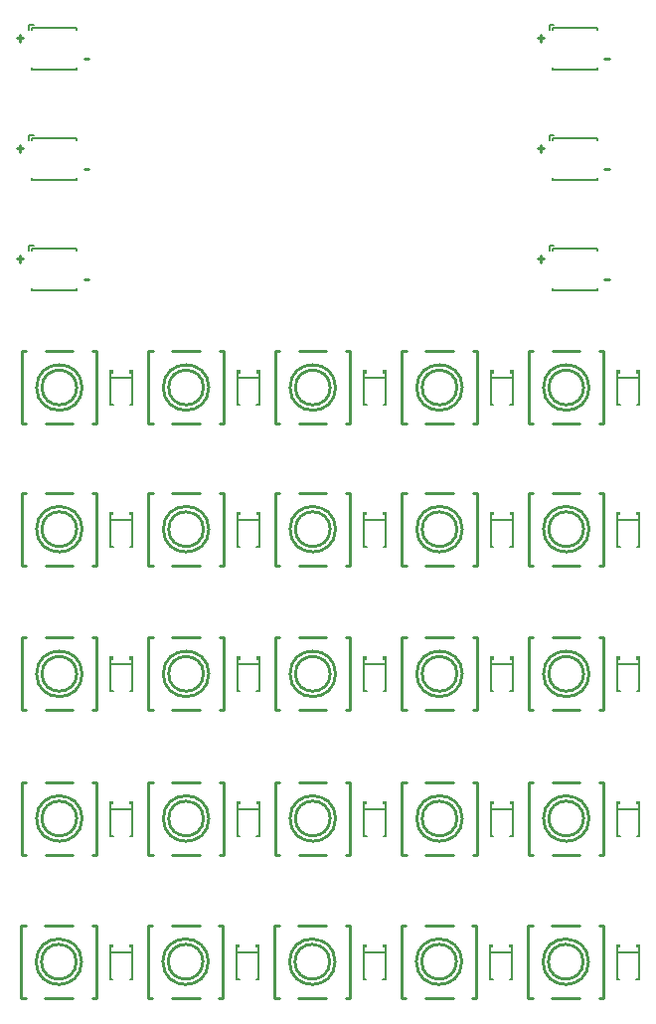
<source format=gto>
G04 Layer: TopSilkscreenLayer*
G04 EasyEDA v6.5.22, 2022-11-13 20:13:56*
G04 b6ff6bc9bab445359ce0fdefb00da0e9,a2731e2ff01b41edbee4f831c5fec297,10*
G04 Gerber Generator version 0.2*
G04 Scale: 100 percent, Rotated: No, Reflected: No *
G04 Dimensions in millimeters *
G04 leading zeros omitted , absolute positions ,4 integer and 5 decimal *
%FSLAX45Y45*%
%MOMM*%

%ADD10C,0.1524*%
%ADD11C,0.2540*%

%LPD*%
G36*
X1490624Y2370277D02*
G01*
X1490624Y2339797D01*
X1522628Y2339797D01*
X1522628Y2370277D01*
G37*
G36*
X1322171Y2370277D02*
G01*
X1322171Y2339797D01*
X1354124Y2339797D01*
X1354124Y2370277D01*
G37*
G36*
X2570124Y2370277D02*
G01*
X2570124Y2339797D01*
X2602128Y2339797D01*
X2602128Y2370277D01*
G37*
G36*
X2401671Y2370277D02*
G01*
X2401671Y2339797D01*
X2433624Y2339797D01*
X2433624Y2370277D01*
G37*
G36*
X3649624Y2370277D02*
G01*
X3649624Y2339797D01*
X3681628Y2339797D01*
X3681628Y2370277D01*
G37*
G36*
X3481171Y2370277D02*
G01*
X3481171Y2339797D01*
X3513124Y2339797D01*
X3513124Y2370277D01*
G37*
G36*
X4729124Y2370277D02*
G01*
X4729124Y2339797D01*
X4761128Y2339797D01*
X4761128Y2370277D01*
G37*
G36*
X4560671Y2370277D02*
G01*
X4560671Y2339797D01*
X4592624Y2339797D01*
X4592624Y2370277D01*
G37*
G36*
X5808624Y2370277D02*
G01*
X5808624Y2339797D01*
X5840628Y2339797D01*
X5840628Y2370277D01*
G37*
G36*
X5640171Y2370277D02*
G01*
X5640171Y2339797D01*
X5672124Y2339797D01*
X5672124Y2370277D01*
G37*
G36*
X1490014Y1148791D02*
G01*
X1490014Y1118311D01*
X1522018Y1118311D01*
X1522018Y1148791D01*
G37*
G36*
X1321562Y1148791D02*
G01*
X1321562Y1118311D01*
X1353515Y1118311D01*
X1353515Y1148791D01*
G37*
G36*
X2566162Y1150620D02*
G01*
X2566162Y1120140D01*
X2598166Y1120140D01*
X2598166Y1150620D01*
G37*
G36*
X2397658Y1150620D02*
G01*
X2397658Y1120140D01*
X2429662Y1120140D01*
X2429662Y1150620D01*
G37*
G36*
X3645662Y1150620D02*
G01*
X3645662Y1120140D01*
X3677665Y1120140D01*
X3677665Y1150620D01*
G37*
G36*
X3477158Y1150620D02*
G01*
X3477158Y1120140D01*
X3509162Y1120140D01*
X3509162Y1150620D01*
G37*
G36*
X4725162Y1150620D02*
G01*
X4725162Y1120140D01*
X4757166Y1120140D01*
X4757166Y1150620D01*
G37*
G36*
X4556658Y1150620D02*
G01*
X4556658Y1120140D01*
X4588662Y1120140D01*
X4588662Y1150620D01*
G37*
G36*
X5804662Y1150620D02*
G01*
X5804662Y1120140D01*
X5836666Y1120140D01*
X5836666Y1150620D01*
G37*
G36*
X5636158Y1150620D02*
G01*
X5636158Y1120140D01*
X5668162Y1120140D01*
X5668162Y1150620D01*
G37*
G36*
X5808624Y3602177D02*
G01*
X5808624Y3571697D01*
X5840628Y3571697D01*
X5840628Y3602177D01*
G37*
G36*
X5640171Y3602177D02*
G01*
X5640171Y3571697D01*
X5672124Y3571697D01*
X5672124Y3602177D01*
G37*
G36*
X2570124Y6040577D02*
G01*
X2570124Y6010097D01*
X2602128Y6010097D01*
X2602128Y6040577D01*
G37*
G36*
X2401671Y6040577D02*
G01*
X2401671Y6010097D01*
X2433624Y6010097D01*
X2433624Y6040577D01*
G37*
G36*
X3649624Y6040577D02*
G01*
X3649624Y6010097D01*
X3681628Y6010097D01*
X3681628Y6040577D01*
G37*
G36*
X3481171Y6040577D02*
G01*
X3481171Y6010097D01*
X3513124Y6010097D01*
X3513124Y6040577D01*
G37*
G36*
X4729124Y6040577D02*
G01*
X4729124Y6010097D01*
X4761128Y6010097D01*
X4761128Y6040577D01*
G37*
G36*
X4560671Y6040577D02*
G01*
X4560671Y6010097D01*
X4592624Y6010097D01*
X4592624Y6040577D01*
G37*
G36*
X5808624Y6040577D02*
G01*
X5808624Y6010097D01*
X5840628Y6010097D01*
X5840628Y6040577D01*
G37*
G36*
X5640171Y6040577D02*
G01*
X5640171Y6010097D01*
X5672124Y6010097D01*
X5672124Y6040577D01*
G37*
G36*
X1490624Y4834077D02*
G01*
X1490624Y4803597D01*
X1522628Y4803597D01*
X1522628Y4834077D01*
G37*
G36*
X1322171Y4834077D02*
G01*
X1322171Y4803597D01*
X1354124Y4803597D01*
X1354124Y4834077D01*
G37*
G36*
X2570124Y4834077D02*
G01*
X2570124Y4803597D01*
X2602128Y4803597D01*
X2602128Y4834077D01*
G37*
G36*
X2401671Y4834077D02*
G01*
X2401671Y4803597D01*
X2433624Y4803597D01*
X2433624Y4834077D01*
G37*
G36*
X3649624Y4834077D02*
G01*
X3649624Y4803597D01*
X3681628Y4803597D01*
X3681628Y4834077D01*
G37*
G36*
X3481171Y4834077D02*
G01*
X3481171Y4803597D01*
X3513124Y4803597D01*
X3513124Y4834077D01*
G37*
G36*
X4729124Y4834077D02*
G01*
X4729124Y4803597D01*
X4761128Y4803597D01*
X4761128Y4834077D01*
G37*
G36*
X4560671Y4834077D02*
G01*
X4560671Y4803597D01*
X4592624Y4803597D01*
X4592624Y4834077D01*
G37*
G36*
X5808624Y4834077D02*
G01*
X5808624Y4803597D01*
X5840628Y4803597D01*
X5840628Y4834077D01*
G37*
G36*
X5640171Y4834077D02*
G01*
X5640171Y4803597D01*
X5672124Y4803597D01*
X5672124Y4834077D01*
G37*
G36*
X1490624Y3602177D02*
G01*
X1490624Y3571697D01*
X1522628Y3571697D01*
X1522628Y3602177D01*
G37*
G36*
X1322171Y3602177D02*
G01*
X1322171Y3571697D01*
X1354124Y3571697D01*
X1354124Y3602177D01*
G37*
G36*
X2570124Y3602177D02*
G01*
X2570124Y3571697D01*
X2602128Y3571697D01*
X2602128Y3602177D01*
G37*
G36*
X2401671Y3602177D02*
G01*
X2401671Y3571697D01*
X2433624Y3571697D01*
X2433624Y3602177D01*
G37*
G36*
X3649624Y3602177D02*
G01*
X3649624Y3571697D01*
X3681628Y3571697D01*
X3681628Y3602177D01*
G37*
G36*
X3481171Y3602177D02*
G01*
X3481171Y3571697D01*
X3513124Y3571697D01*
X3513124Y3602177D01*
G37*
G36*
X4729124Y3602177D02*
G01*
X4729124Y3571697D01*
X4761128Y3571697D01*
X4761128Y3602177D01*
G37*
G36*
X4560671Y3602177D02*
G01*
X4560671Y3571697D01*
X4592624Y3571697D01*
X4592624Y3602177D01*
G37*
G36*
X1490624Y6040577D02*
G01*
X1490624Y6010097D01*
X1522628Y6010097D01*
X1522628Y6040577D01*
G37*
G36*
X1322171Y6040577D02*
G01*
X1322171Y6010097D01*
X1354124Y6010097D01*
X1354124Y6040577D01*
G37*
D10*
X1329766Y2347417D02*
G01*
X1329766Y2072172D01*
X1515013Y2347417D02*
G01*
X1515013Y2072172D01*
X1515013Y2072172D02*
G01*
X1495709Y2072172D01*
X1329766Y2072172D02*
G01*
X1349070Y2072172D01*
X1510012Y2301473D02*
G01*
X1334767Y2301473D01*
X2409266Y2347417D02*
G01*
X2409266Y2072172D01*
X2594513Y2347417D02*
G01*
X2594513Y2072172D01*
X2594513Y2072172D02*
G01*
X2575209Y2072172D01*
X2409266Y2072172D02*
G01*
X2428570Y2072172D01*
X2589512Y2301473D02*
G01*
X2414267Y2301473D01*
X3488766Y2347417D02*
G01*
X3488766Y2072172D01*
X3674013Y2347417D02*
G01*
X3674013Y2072172D01*
X3674013Y2072172D02*
G01*
X3654709Y2072172D01*
X3488766Y2072172D02*
G01*
X3508070Y2072172D01*
X3669012Y2301473D02*
G01*
X3493767Y2301473D01*
X4568266Y2347417D02*
G01*
X4568266Y2072172D01*
X4753513Y2347417D02*
G01*
X4753513Y2072172D01*
X4753513Y2072172D02*
G01*
X4734209Y2072172D01*
X4568266Y2072172D02*
G01*
X4587570Y2072172D01*
X4748512Y2301473D02*
G01*
X4573267Y2301473D01*
X5647766Y2347417D02*
G01*
X5647766Y2072172D01*
X5833013Y2347417D02*
G01*
X5833013Y2072172D01*
X5833013Y2072172D02*
G01*
X5813709Y2072172D01*
X5647766Y2072172D02*
G01*
X5667070Y2072172D01*
X5828012Y2301473D02*
G01*
X5652767Y2301473D01*
X1329156Y1125956D02*
G01*
X1329156Y850712D01*
X1514403Y1125956D02*
G01*
X1514403Y850712D01*
X1514403Y850712D02*
G01*
X1495099Y850712D01*
X1329156Y850712D02*
G01*
X1348460Y850712D01*
X1509402Y1080013D02*
G01*
X1334157Y1080013D01*
X2405278Y1127760D02*
G01*
X2405278Y852515D01*
X2590525Y1127760D02*
G01*
X2590525Y852515D01*
X2590525Y852515D02*
G01*
X2571221Y852515D01*
X2405278Y852515D02*
G01*
X2424582Y852515D01*
X2585524Y1081816D02*
G01*
X2410279Y1081816D01*
X3484778Y1127760D02*
G01*
X3484778Y852515D01*
X3670025Y1127760D02*
G01*
X3670025Y852515D01*
X3670025Y852515D02*
G01*
X3650721Y852515D01*
X3484778Y852515D02*
G01*
X3504082Y852515D01*
X3665024Y1081816D02*
G01*
X3489779Y1081816D01*
X4564278Y1127760D02*
G01*
X4564278Y852515D01*
X4749525Y1127760D02*
G01*
X4749525Y852515D01*
X4749525Y852515D02*
G01*
X4730221Y852515D01*
X4564278Y852515D02*
G01*
X4583582Y852515D01*
X4744524Y1081816D02*
G01*
X4569279Y1081816D01*
X5643778Y1127760D02*
G01*
X5643778Y852515D01*
X5829025Y1127760D02*
G01*
X5829025Y852515D01*
X5829025Y852515D02*
G01*
X5809721Y852515D01*
X5643778Y852515D02*
G01*
X5663082Y852515D01*
X5824024Y1081816D02*
G01*
X5648779Y1081816D01*
X5647766Y3579317D02*
G01*
X5647766Y3304072D01*
X5833013Y3579317D02*
G01*
X5833013Y3304072D01*
X5833013Y3304072D02*
G01*
X5813709Y3304072D01*
X5647766Y3304072D02*
G01*
X5667070Y3304072D01*
X5828012Y3533373D02*
G01*
X5652767Y3533373D01*
X2409266Y6017717D02*
G01*
X2409266Y5742472D01*
X2594513Y6017717D02*
G01*
X2594513Y5742472D01*
X2594513Y5742472D02*
G01*
X2575209Y5742472D01*
X2409266Y5742472D02*
G01*
X2428570Y5742472D01*
X2589512Y5971773D02*
G01*
X2414267Y5971773D01*
X3488766Y6017717D02*
G01*
X3488766Y5742472D01*
X3674013Y6017717D02*
G01*
X3674013Y5742472D01*
X3674013Y5742472D02*
G01*
X3654709Y5742472D01*
X3488766Y5742472D02*
G01*
X3508070Y5742472D01*
X3669012Y5971773D02*
G01*
X3493767Y5971773D01*
X4568266Y6017717D02*
G01*
X4568266Y5742472D01*
X4753513Y6017717D02*
G01*
X4753513Y5742472D01*
X4753513Y5742472D02*
G01*
X4734209Y5742472D01*
X4568266Y5742472D02*
G01*
X4587570Y5742472D01*
X4748512Y5971773D02*
G01*
X4573267Y5971773D01*
X5647766Y6017717D02*
G01*
X5647766Y5742472D01*
X5833013Y6017717D02*
G01*
X5833013Y5742472D01*
X5833013Y5742472D02*
G01*
X5813709Y5742472D01*
X5647766Y5742472D02*
G01*
X5667070Y5742472D01*
X5828012Y5971773D02*
G01*
X5652767Y5971773D01*
X1329766Y4811217D02*
G01*
X1329766Y4535972D01*
X1515013Y4811217D02*
G01*
X1515013Y4535972D01*
X1515013Y4535972D02*
G01*
X1495709Y4535972D01*
X1329766Y4535972D02*
G01*
X1349070Y4535972D01*
X1510012Y4765273D02*
G01*
X1334767Y4765273D01*
X2409266Y4811217D02*
G01*
X2409266Y4535972D01*
X2594513Y4811217D02*
G01*
X2594513Y4535972D01*
X2594513Y4535972D02*
G01*
X2575209Y4535972D01*
X2409266Y4535972D02*
G01*
X2428570Y4535972D01*
X2589512Y4765273D02*
G01*
X2414267Y4765273D01*
X3488766Y4811217D02*
G01*
X3488766Y4535972D01*
X3674013Y4811217D02*
G01*
X3674013Y4535972D01*
X3674013Y4535972D02*
G01*
X3654709Y4535972D01*
X3488766Y4535972D02*
G01*
X3508070Y4535972D01*
X3669012Y4765273D02*
G01*
X3493767Y4765273D01*
X4568266Y4811217D02*
G01*
X4568266Y4535972D01*
X4753513Y4811217D02*
G01*
X4753513Y4535972D01*
X4753513Y4535972D02*
G01*
X4734209Y4535972D01*
X4568266Y4535972D02*
G01*
X4587570Y4535972D01*
X4748512Y4765273D02*
G01*
X4573267Y4765273D01*
X5647766Y4811217D02*
G01*
X5647766Y4535972D01*
X5833013Y4811217D02*
G01*
X5833013Y4535972D01*
X5833013Y4535972D02*
G01*
X5813709Y4535972D01*
X5647766Y4535972D02*
G01*
X5667070Y4535972D01*
X5828012Y4765273D02*
G01*
X5652767Y4765273D01*
X1329766Y3579317D02*
G01*
X1329766Y3304072D01*
X1515013Y3579317D02*
G01*
X1515013Y3304072D01*
X1515013Y3304072D02*
G01*
X1495709Y3304072D01*
X1329766Y3304072D02*
G01*
X1349070Y3304072D01*
X1510012Y3533373D02*
G01*
X1334767Y3533373D01*
X2409266Y3579317D02*
G01*
X2409266Y3304072D01*
X2594513Y3579317D02*
G01*
X2594513Y3304072D01*
X2594513Y3304072D02*
G01*
X2575209Y3304072D01*
X2409266Y3304072D02*
G01*
X2428570Y3304072D01*
X2589512Y3533373D02*
G01*
X2414267Y3533373D01*
X3488766Y3579317D02*
G01*
X3488766Y3304072D01*
X3674013Y3579317D02*
G01*
X3674013Y3304072D01*
X3674013Y3304072D02*
G01*
X3654709Y3304072D01*
X3488766Y3304072D02*
G01*
X3508070Y3304072D01*
X3669012Y3533373D02*
G01*
X3493767Y3533373D01*
X4568266Y3579317D02*
G01*
X4568266Y3304072D01*
X4753513Y3579317D02*
G01*
X4753513Y3304072D01*
X4753513Y3304072D02*
G01*
X4734209Y3304072D01*
X4568266Y3304072D02*
G01*
X4587570Y3304072D01*
X4748512Y3533373D02*
G01*
X4573267Y3533373D01*
X1329766Y6017717D02*
G01*
X1329766Y5742472D01*
X1515013Y6017717D02*
G01*
X1515013Y5742472D01*
X1515013Y5742472D02*
G01*
X1495709Y5742472D01*
X1329766Y5742472D02*
G01*
X1349070Y5742472D01*
X1510012Y5971773D02*
G01*
X1334767Y5971773D01*
D11*
X1104900Y7747000D02*
G01*
X1143000Y7747000D01*
X558800Y7956550D02*
G01*
X558800Y7893050D01*
X533400Y7924800D02*
G01*
X584200Y7924800D01*
D10*
X636419Y7993788D02*
G01*
X636419Y8040380D01*
X636419Y8040380D01*
X673219Y8040380D01*
X659279Y7993788D02*
G01*
X659279Y8017520D01*
X659279Y8017520D01*
X1042520Y8017520D01*
X1042520Y8017520D01*
X1042520Y7993788D01*
X659279Y7678011D02*
G01*
X659279Y7654279D01*
X659279Y7654279D01*
X1042520Y7654279D01*
X1042520Y7654279D01*
X1042520Y7678011D01*
D11*
X1104900Y6807200D02*
G01*
X1143000Y6807200D01*
X558800Y7016750D02*
G01*
X558800Y6953250D01*
X533400Y6985000D02*
G01*
X584200Y6985000D01*
D10*
X636419Y7053988D02*
G01*
X636419Y7100580D01*
X636419Y7100580D01*
X673219Y7100580D01*
X659279Y7053988D02*
G01*
X659279Y7077720D01*
X659279Y7077720D01*
X1042520Y7077720D01*
X1042520Y7077720D01*
X1042520Y7053988D01*
X659279Y6738211D02*
G01*
X659279Y6714479D01*
X659279Y6714479D01*
X1042520Y6714479D01*
X1042520Y6714479D01*
X1042520Y6738211D01*
D11*
X5537200Y6807200D02*
G01*
X5575300Y6807200D01*
X4991100Y7016750D02*
G01*
X4991100Y6953250D01*
X4965700Y6985000D02*
G01*
X5016500Y6985000D01*
D10*
X5068719Y7053988D02*
G01*
X5068719Y7100580D01*
X5068719Y7100580D01*
X5105519Y7100580D01*
X5091579Y7053988D02*
G01*
X5091579Y7077720D01*
X5091579Y7077720D01*
X5474820Y7077720D01*
X5474820Y7077720D01*
X5474820Y7053988D01*
X5091579Y6738211D02*
G01*
X5091579Y6714479D01*
X5091579Y6714479D01*
X5474820Y6714479D01*
X5474820Y6714479D01*
X5474820Y6738211D01*
D11*
X5537200Y7747000D02*
G01*
X5575300Y7747000D01*
X4991100Y7956550D02*
G01*
X4991100Y7893050D01*
X4965700Y7924800D02*
G01*
X5016500Y7924800D01*
D10*
X5068719Y7993788D02*
G01*
X5068719Y8040380D01*
X5068719Y8040380D01*
X5105519Y8040380D01*
X5091579Y7993788D02*
G01*
X5091579Y8017520D01*
X5091579Y8017520D01*
X5474820Y8017520D01*
X5474820Y8017520D01*
X5474820Y7993788D01*
X5091579Y7678011D02*
G01*
X5091579Y7654279D01*
X5091579Y7654279D01*
X5474820Y7654279D01*
X5474820Y7654279D01*
X5474820Y7678011D01*
D11*
X5537200Y8686800D02*
G01*
X5575300Y8686800D01*
X4991100Y8896350D02*
G01*
X4991100Y8832850D01*
X4965700Y8864600D02*
G01*
X5016500Y8864600D01*
D10*
X5068719Y8933588D02*
G01*
X5068719Y8980180D01*
X5068719Y8980180D01*
X5105519Y8980180D01*
X5091579Y8933588D02*
G01*
X5091579Y8957320D01*
X5091579Y8957320D01*
X5474820Y8957320D01*
X5474820Y8957320D01*
X5474820Y8933588D01*
X5091579Y8617811D02*
G01*
X5091579Y8594079D01*
X5091579Y8594079D01*
X5474820Y8594079D01*
X5474820Y8594079D01*
X5474820Y8617811D01*
D11*
X1104900Y8686800D02*
G01*
X1143000Y8686800D01*
X558800Y8896350D02*
G01*
X558800Y8832850D01*
X533400Y8864600D02*
G01*
X584200Y8864600D01*
D10*
X636419Y8933588D02*
G01*
X636419Y8980180D01*
X636419Y8980180D01*
X673219Y8980180D01*
X659279Y8933588D02*
G01*
X659279Y8957320D01*
X659279Y8957320D01*
X1042520Y8957320D01*
X1042520Y8957320D01*
X1042520Y8933588D01*
X659279Y8617811D02*
G01*
X659279Y8594079D01*
X659279Y8594079D01*
X1042520Y8594079D01*
X1042520Y8594079D01*
X1042520Y8617811D01*
D11*
X5530809Y4373760D02*
G01*
X5493923Y4373760D01*
X4927696Y4373760D02*
G01*
X4890810Y4373760D01*
X4890810Y4993756D02*
G01*
X4890810Y4373760D01*
X5530809Y4993756D02*
G01*
X5530809Y4373760D01*
X5530809Y4993756D02*
G01*
X5493923Y4993756D01*
X5327695Y4993756D02*
G01*
X5093924Y4993756D01*
X4927696Y4993756D02*
G01*
X4890810Y4993756D01*
X5327695Y4373760D02*
G01*
X5093924Y4373760D01*
X4451309Y4373760D02*
G01*
X4414423Y4373760D01*
X3848196Y4373760D02*
G01*
X3811310Y4373760D01*
X3811310Y4993756D02*
G01*
X3811310Y4373760D01*
X4451309Y4993756D02*
G01*
X4451309Y4373760D01*
X4451309Y4993756D02*
G01*
X4414423Y4993756D01*
X4248195Y4993756D02*
G01*
X4014424Y4993756D01*
X3848196Y4993756D02*
G01*
X3811310Y4993756D01*
X4248195Y4373760D02*
G01*
X4014424Y4373760D01*
X3371809Y4373760D02*
G01*
X3334923Y4373760D01*
X2768696Y4373760D02*
G01*
X2731810Y4373760D01*
X2731810Y4993756D02*
G01*
X2731810Y4373760D01*
X3371809Y4993756D02*
G01*
X3371809Y4373760D01*
X3371809Y4993756D02*
G01*
X3334923Y4993756D01*
X3168695Y4993756D02*
G01*
X2934924Y4993756D01*
X2768696Y4993756D02*
G01*
X2731810Y4993756D01*
X3168695Y4373760D02*
G01*
X2934924Y4373760D01*
X2292309Y4373760D02*
G01*
X2255423Y4373760D01*
X1689196Y4373760D02*
G01*
X1652310Y4373760D01*
X1652310Y4993756D02*
G01*
X1652310Y4373760D01*
X2292309Y4993756D02*
G01*
X2292309Y4373760D01*
X2292309Y4993756D02*
G01*
X2255423Y4993756D01*
X2089195Y4993756D02*
G01*
X1855424Y4993756D01*
X1689196Y4993756D02*
G01*
X1652310Y4993756D01*
X2089195Y4373760D02*
G01*
X1855424Y4373760D01*
X1212809Y4373760D02*
G01*
X1175923Y4373760D01*
X609696Y4373760D02*
G01*
X572810Y4373760D01*
X572810Y4993756D02*
G01*
X572810Y4373760D01*
X1212809Y4993756D02*
G01*
X1212809Y4373760D01*
X1212809Y4993756D02*
G01*
X1175923Y4993756D01*
X1009695Y4993756D02*
G01*
X775924Y4993756D01*
X609696Y4993756D02*
G01*
X572810Y4993756D01*
X1009695Y4373760D02*
G01*
X775924Y4373760D01*
X1212809Y5580260D02*
G01*
X1175923Y5580260D01*
X609696Y5580260D02*
G01*
X572810Y5580260D01*
X572810Y6200256D02*
G01*
X572810Y5580260D01*
X1212809Y6200256D02*
G01*
X1212809Y5580260D01*
X1212809Y6200256D02*
G01*
X1175923Y6200256D01*
X1009695Y6200256D02*
G01*
X775924Y6200256D01*
X609696Y6200256D02*
G01*
X572810Y6200256D01*
X1009695Y5580260D02*
G01*
X775924Y5580260D01*
X2292309Y5580260D02*
G01*
X2255423Y5580260D01*
X1689196Y5580260D02*
G01*
X1652310Y5580260D01*
X1652310Y6200256D02*
G01*
X1652310Y5580260D01*
X2292309Y6200256D02*
G01*
X2292309Y5580260D01*
X2292309Y6200256D02*
G01*
X2255423Y6200256D01*
X2089195Y6200256D02*
G01*
X1855424Y6200256D01*
X1689196Y6200256D02*
G01*
X1652310Y6200256D01*
X2089195Y5580260D02*
G01*
X1855424Y5580260D01*
X3371809Y5580260D02*
G01*
X3334923Y5580260D01*
X2768696Y5580260D02*
G01*
X2731810Y5580260D01*
X2731810Y6200256D02*
G01*
X2731810Y5580260D01*
X3371809Y6200256D02*
G01*
X3371809Y5580260D01*
X3371809Y6200256D02*
G01*
X3334923Y6200256D01*
X3168695Y6200256D02*
G01*
X2934924Y6200256D01*
X2768696Y6200256D02*
G01*
X2731810Y6200256D01*
X3168695Y5580260D02*
G01*
X2934924Y5580260D01*
X4451309Y5580260D02*
G01*
X4414423Y5580260D01*
X3848196Y5580260D02*
G01*
X3811310Y5580260D01*
X3811310Y6200256D02*
G01*
X3811310Y5580260D01*
X4451309Y6200256D02*
G01*
X4451309Y5580260D01*
X4451309Y6200256D02*
G01*
X4414423Y6200256D01*
X4248195Y6200256D02*
G01*
X4014424Y6200256D01*
X3848196Y6200256D02*
G01*
X3811310Y6200256D01*
X4248195Y5580260D02*
G01*
X4014424Y5580260D01*
X5530809Y5580260D02*
G01*
X5493923Y5580260D01*
X4927696Y5580260D02*
G01*
X4890810Y5580260D01*
X4890810Y6200256D02*
G01*
X4890810Y5580260D01*
X5530809Y6200256D02*
G01*
X5530809Y5580260D01*
X5530809Y6200256D02*
G01*
X5493923Y6200256D01*
X5327695Y6200256D02*
G01*
X5093924Y6200256D01*
X4927696Y6200256D02*
G01*
X4890810Y6200256D01*
X5327695Y5580260D02*
G01*
X5093924Y5580260D01*
X1212809Y3141860D02*
G01*
X1175923Y3141860D01*
X609696Y3141860D02*
G01*
X572810Y3141860D01*
X572810Y3761856D02*
G01*
X572810Y3141860D01*
X1212809Y3761856D02*
G01*
X1212809Y3141860D01*
X1212809Y3761856D02*
G01*
X1175923Y3761856D01*
X1009695Y3761856D02*
G01*
X775924Y3761856D01*
X609696Y3761856D02*
G01*
X572810Y3761856D01*
X1009695Y3141860D02*
G01*
X775924Y3141860D01*
X2292309Y3141860D02*
G01*
X2255423Y3141860D01*
X1689196Y3141860D02*
G01*
X1652310Y3141860D01*
X1652310Y3761856D02*
G01*
X1652310Y3141860D01*
X2292309Y3761856D02*
G01*
X2292309Y3141860D01*
X2292309Y3761856D02*
G01*
X2255423Y3761856D01*
X2089195Y3761856D02*
G01*
X1855424Y3761856D01*
X1689196Y3761856D02*
G01*
X1652310Y3761856D01*
X2089195Y3141860D02*
G01*
X1855424Y3141860D01*
X3371809Y3141860D02*
G01*
X3334923Y3141860D01*
X2768696Y3141860D02*
G01*
X2731810Y3141860D01*
X2731810Y3761856D02*
G01*
X2731810Y3141860D01*
X3371809Y3761856D02*
G01*
X3371809Y3141860D01*
X3371809Y3761856D02*
G01*
X3334923Y3761856D01*
X3168695Y3761856D02*
G01*
X2934924Y3761856D01*
X2768696Y3761856D02*
G01*
X2731810Y3761856D01*
X3168695Y3141860D02*
G01*
X2934924Y3141860D01*
X4451309Y3141860D02*
G01*
X4414423Y3141860D01*
X3848196Y3141860D02*
G01*
X3811310Y3141860D01*
X3811310Y3761856D02*
G01*
X3811310Y3141860D01*
X4451309Y3761856D02*
G01*
X4451309Y3141860D01*
X4451309Y3761856D02*
G01*
X4414423Y3761856D01*
X4248195Y3761856D02*
G01*
X4014424Y3761856D01*
X3848196Y3761856D02*
G01*
X3811310Y3761856D01*
X4248195Y3141860D02*
G01*
X4014424Y3141860D01*
X5530809Y3141860D02*
G01*
X5493923Y3141860D01*
X4927696Y3141860D02*
G01*
X4890810Y3141860D01*
X4890810Y3761856D02*
G01*
X4890810Y3141860D01*
X5530809Y3761856D02*
G01*
X5530809Y3141860D01*
X5530809Y3761856D02*
G01*
X5493923Y3761856D01*
X5327695Y3761856D02*
G01*
X5093924Y3761856D01*
X4927696Y3761856D02*
G01*
X4890810Y3761856D01*
X5327695Y3141860D02*
G01*
X5093924Y3141860D01*
X1212809Y1909960D02*
G01*
X1175923Y1909960D01*
X609696Y1909960D02*
G01*
X572810Y1909960D01*
X572810Y2529956D02*
G01*
X572810Y1909960D01*
X1212809Y2529956D02*
G01*
X1212809Y1909960D01*
X1212809Y2529956D02*
G01*
X1175923Y2529956D01*
X1009695Y2529956D02*
G01*
X775924Y2529956D01*
X609696Y2529956D02*
G01*
X572810Y2529956D01*
X1009695Y1909960D02*
G01*
X775924Y1909960D01*
X2292309Y1909960D02*
G01*
X2255423Y1909960D01*
X1689196Y1909960D02*
G01*
X1652310Y1909960D01*
X1652310Y2529956D02*
G01*
X1652310Y1909960D01*
X2292309Y2529956D02*
G01*
X2292309Y1909960D01*
X2292309Y2529956D02*
G01*
X2255423Y2529956D01*
X2089195Y2529956D02*
G01*
X1855424Y2529956D01*
X1689196Y2529956D02*
G01*
X1652310Y2529956D01*
X2089195Y1909960D02*
G01*
X1855424Y1909960D01*
X3371809Y1909960D02*
G01*
X3334923Y1909960D01*
X2768696Y1909960D02*
G01*
X2731810Y1909960D01*
X2731810Y2529956D02*
G01*
X2731810Y1909960D01*
X3371809Y2529956D02*
G01*
X3371809Y1909960D01*
X3371809Y2529956D02*
G01*
X3334923Y2529956D01*
X3168695Y2529956D02*
G01*
X2934924Y2529956D01*
X2768696Y2529956D02*
G01*
X2731810Y2529956D01*
X3168695Y1909960D02*
G01*
X2934924Y1909960D01*
X4451309Y1909960D02*
G01*
X4414423Y1909960D01*
X3848196Y1909960D02*
G01*
X3811310Y1909960D01*
X3811310Y2529956D02*
G01*
X3811310Y1909960D01*
X4451309Y2529956D02*
G01*
X4451309Y1909960D01*
X4451309Y2529956D02*
G01*
X4414423Y2529956D01*
X4248195Y2529956D02*
G01*
X4014424Y2529956D01*
X3848196Y2529956D02*
G01*
X3811310Y2529956D01*
X4248195Y1909960D02*
G01*
X4014424Y1909960D01*
X5530809Y1909960D02*
G01*
X5493923Y1909960D01*
X4927696Y1909960D02*
G01*
X4890810Y1909960D01*
X4890810Y2529956D02*
G01*
X4890810Y1909960D01*
X5530809Y2529956D02*
G01*
X5530809Y1909960D01*
X5530809Y2529956D02*
G01*
X5493923Y2529956D01*
X5327695Y2529956D02*
G01*
X5093924Y2529956D01*
X4927696Y2529956D02*
G01*
X4890810Y2529956D01*
X5327695Y1909960D02*
G01*
X5093924Y1909960D01*
X1208821Y690303D02*
G01*
X1171935Y690303D01*
X605708Y690303D02*
G01*
X568822Y690303D01*
X568822Y1310299D02*
G01*
X568822Y690303D01*
X1208821Y1310299D02*
G01*
X1208821Y690303D01*
X1208821Y1310299D02*
G01*
X1171935Y1310299D01*
X1005707Y1310299D02*
G01*
X771936Y1310299D01*
X605708Y1310299D02*
G01*
X568822Y1310299D01*
X1005707Y690303D02*
G01*
X771936Y690303D01*
X2288321Y690303D02*
G01*
X2251435Y690303D01*
X1685208Y690303D02*
G01*
X1648322Y690303D01*
X1648322Y1310299D02*
G01*
X1648322Y690303D01*
X2288321Y1310299D02*
G01*
X2288321Y690303D01*
X2288321Y1310299D02*
G01*
X2251435Y1310299D01*
X2085207Y1310299D02*
G01*
X1851436Y1310299D01*
X1685208Y1310299D02*
G01*
X1648322Y1310299D01*
X2085207Y690303D02*
G01*
X1851436Y690303D01*
X3367821Y690303D02*
G01*
X3330935Y690303D01*
X2764708Y690303D02*
G01*
X2727822Y690303D01*
X2727822Y1310299D02*
G01*
X2727822Y690303D01*
X3367821Y1310299D02*
G01*
X3367821Y690303D01*
X3367821Y1310299D02*
G01*
X3330935Y1310299D01*
X3164707Y1310299D02*
G01*
X2930936Y1310299D01*
X2764708Y1310299D02*
G01*
X2727822Y1310299D01*
X3164707Y690303D02*
G01*
X2930936Y690303D01*
X4447321Y690303D02*
G01*
X4410435Y690303D01*
X3844208Y690303D02*
G01*
X3807322Y690303D01*
X3807322Y1310299D02*
G01*
X3807322Y690303D01*
X4447321Y1310299D02*
G01*
X4447321Y690303D01*
X4447321Y1310299D02*
G01*
X4410435Y1310299D01*
X4244207Y1310299D02*
G01*
X4010436Y1310299D01*
X3844208Y1310299D02*
G01*
X3807322Y1310299D01*
X4244207Y690303D02*
G01*
X4010436Y690303D01*
X5526821Y690303D02*
G01*
X5489935Y690303D01*
X4923708Y690303D02*
G01*
X4886822Y690303D01*
X4886822Y1310299D02*
G01*
X4886822Y690303D01*
X5526821Y1310299D02*
G01*
X5526821Y690303D01*
X5526821Y1310299D02*
G01*
X5489935Y1310299D01*
X5323707Y1310299D02*
G01*
X5089936Y1310299D01*
X4923708Y1310299D02*
G01*
X4886822Y1310299D01*
X5323707Y690303D02*
G01*
X5089936Y690303D01*
G75*
G01
X5404663Y4683760D02*
G03X5404663Y4683760I-193853J0D01*
G75*
G01
X5358917Y4683760D02*
G03X5358917Y4683760I-148107J0D01*
G75*
G01
X4325163Y4683760D02*
G03X4325163Y4683760I-193853J0D01*
G75*
G01
X4279417Y4683760D02*
G03X4279417Y4683760I-148107J0D01*
G75*
G01
X3245663Y4683760D02*
G03X3245663Y4683760I-193853J0D01*
G75*
G01
X3199917Y4683760D02*
G03X3199917Y4683760I-148107J0D01*
G75*
G01
X2166163Y4683760D02*
G03X2166163Y4683760I-193853J0D01*
G75*
G01
X2120417Y4683760D02*
G03X2120417Y4683760I-148107J0D01*
G75*
G01
X1086663Y4683760D02*
G03X1086663Y4683760I-193853J0D01*
G75*
G01
X1040917Y4683760D02*
G03X1040917Y4683760I-148107J0D01*
G75*
G01
X1086663Y5890260D02*
G03X1086663Y5890260I-193853J0D01*
G75*
G01
X1040917Y5890260D02*
G03X1040917Y5890260I-148107J0D01*
G75*
G01
X2166163Y5890260D02*
G03X2166163Y5890260I-193853J0D01*
G75*
G01
X2120417Y5890260D02*
G03X2120417Y5890260I-148107J0D01*
G75*
G01
X3245663Y5890260D02*
G03X3245663Y5890260I-193853J0D01*
G75*
G01
X3199917Y5890260D02*
G03X3199917Y5890260I-148107J0D01*
G75*
G01
X4325163Y5890260D02*
G03X4325163Y5890260I-193853J0D01*
G75*
G01
X4279417Y5890260D02*
G03X4279417Y5890260I-148107J0D01*
G75*
G01
X5404663Y5890260D02*
G03X5404663Y5890260I-193853J0D01*
G75*
G01
X5358917Y5890260D02*
G03X5358917Y5890260I-148107J0D01*
G75*
G01
X1086663Y3451860D02*
G03X1086663Y3451860I-193853J0D01*
G75*
G01
X1040917Y3451860D02*
G03X1040917Y3451860I-148107J0D01*
G75*
G01
X2166163Y3451860D02*
G03X2166163Y3451860I-193853J0D01*
G75*
G01
X2120417Y3451860D02*
G03X2120417Y3451860I-148107J0D01*
G75*
G01
X3245663Y3451860D02*
G03X3245663Y3451860I-193853J0D01*
G75*
G01
X3199917Y3451860D02*
G03X3199917Y3451860I-148107J0D01*
G75*
G01
X4325163Y3451860D02*
G03X4325163Y3451860I-193853J0D01*
G75*
G01
X4279417Y3451860D02*
G03X4279417Y3451860I-148107J0D01*
G75*
G01
X5404663Y3451860D02*
G03X5404663Y3451860I-193853J0D01*
G75*
G01
X5358917Y3451860D02*
G03X5358917Y3451860I-148107J0D01*
G75*
G01
X1086663Y2219960D02*
G03X1086663Y2219960I-193853J0D01*
G75*
G01
X1040917Y2219960D02*
G03X1040917Y2219960I-148107J0D01*
G75*
G01
X2166163Y2219960D02*
G03X2166163Y2219960I-193853J0D01*
G75*
G01
X2120417Y2219960D02*
G03X2120417Y2219960I-148107J0D01*
G75*
G01
X3245663Y2219960D02*
G03X3245663Y2219960I-193853J0D01*
G75*
G01
X3199917Y2219960D02*
G03X3199917Y2219960I-148107J0D01*
G75*
G01
X4325163Y2219960D02*
G03X4325163Y2219960I-193853J0D01*
G75*
G01
X4279417Y2219960D02*
G03X4279417Y2219960I-148107J0D01*
G75*
G01
X5404663Y2219960D02*
G03X5404663Y2219960I-193853J0D01*
G75*
G01
X5358917Y2219960D02*
G03X5358917Y2219960I-148107J0D01*
G75*
G01
X1082675Y1000303D02*
G03X1082675Y1000303I-193853J0D01*
G75*
G01
X1036930Y1000303D02*
G03X1036930Y1000303I-148107J0D01*
G75*
G01
X2162175Y1000303D02*
G03X2162175Y1000303I-193853J0D01*
G75*
G01
X2116430Y1000303D02*
G03X2116430Y1000303I-148107J0D01*
G75*
G01
X3241675Y1000303D02*
G03X3241675Y1000303I-193853J0D01*
G75*
G01
X3195930Y1000303D02*
G03X3195930Y1000303I-148107J0D01*
G75*
G01
X4321175Y1000303D02*
G03X4321175Y1000303I-193853J0D01*
G75*
G01
X4275430Y1000303D02*
G03X4275430Y1000303I-148107J0D01*
G75*
G01
X5400675Y1000303D02*
G03X5400675Y1000303I-193853J0D01*
G75*
G01
X5354930Y1000303D02*
G03X5354930Y1000303I-148107J0D01*
M02*

</source>
